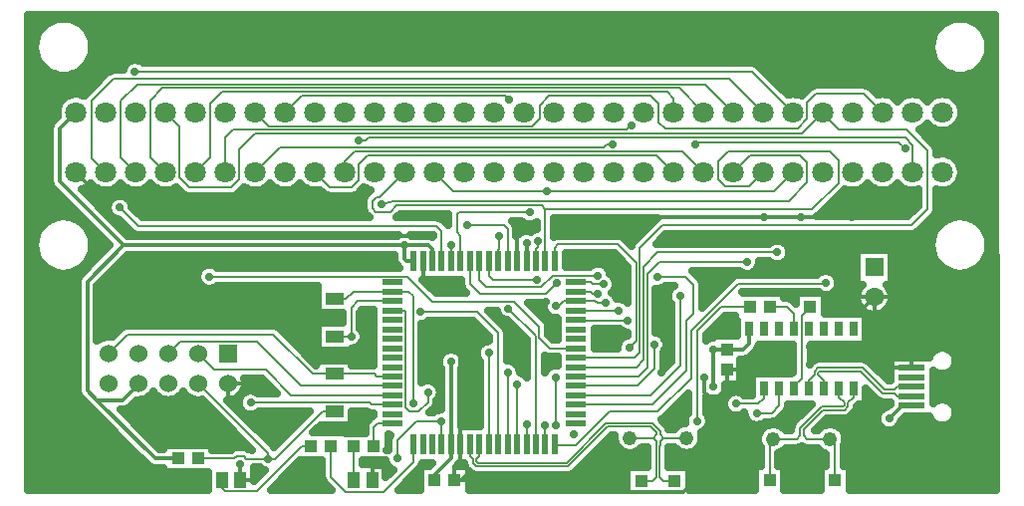
<source format=gbr>
G04 DipTrace 3.3.1.3*
G04 Top.gbr*
%MOIN*%
G04 #@! TF.FileFunction,Copper,L1,Top*
G04 #@! TF.Part,Single*
G04 #@! TA.AperFunction,Conductor*
%ADD14C,0.011811*%
%ADD15C,0.005906*%
G04 #@! TA.AperFunction,CopperBalancing*
%ADD16C,0.025*%
%ADD17C,0.012992*%
%ADD18R,0.043307X0.03937*%
%ADD19R,0.03937X0.043307*%
G04 #@! TA.AperFunction,ComponentPad*
%ADD20R,0.062992X0.062992*%
%ADD21C,0.062992*%
%ADD22R,0.03937X0.057087*%
G04 #@! TA.AperFunction,ComponentPad*
%ADD23C,0.070866*%
%ADD25R,0.090551X0.019685*%
%ADD26R,0.098425X0.07874*%
G04 #@! TA.AperFunction,ComponentPad*
%ADD27C,0.06*%
%ADD28R,0.06X0.06*%
%ADD29R,0.059055X0.03937*%
%ADD31R,0.070866X0.019685*%
%ADD32R,0.019685X0.070866*%
%ADD34R,0.025X0.05*%
G04 #@! TA.AperFunction,ComponentPad*
%ADD35C,0.048*%
G04 #@! TA.AperFunction,ViaPad*
%ADD36C,0.027559*%
%FSLAX26Y26*%
G04*
G70*
G90*
G75*
G01*
G04 Top*
%LPD*%
X1840551Y853587D2*
D14*
Y575394D1*
X1777559Y1189567D2*
Y1228932D1*
X1763774Y1242717D1*
X1683858D1*
Y1197619D1*
X1691911Y1189567D1*
X1714567D1*
X2092520Y1250591D2*
Y1189567D1*
X1683858Y1242717D2*
X744917D1*
X529881Y1457753D1*
Y1632424D1*
X584753Y1687297D1*
X3381604Y706251D2*
X3350073D1*
X3306290Y662467D1*
X2837541Y962467D2*
Y912469D1*
X2818790Y893718D1*
X2762541D1*
X2718790D2*
X2762541D1*
X2718790Y768718D2*
Y893718D1*
X793701Y781201D2*
Y776012D1*
X742222Y724533D1*
X654588D1*
X622592Y756529D1*
Y1120391D1*
X744917Y1242717D1*
X925992Y528867D2*
X850253D1*
X654588Y724533D1*
X1840551Y575394D2*
Y530406D1*
X1784320Y474175D1*
Y458311D1*
X1784753Y1487297D2*
D15*
X1848675Y1423375D1*
X2160958D1*
X2131472Y1256308D2*
Y1237556D1*
X2125222Y1231306D1*
Y1189567D1*
X2124016D1*
X2160958Y1423375D2*
X2920832D1*
X2984753Y1487297D1*
X1684753D2*
X1601866Y1404409D1*
X1589787D1*
X1576625Y1391247D1*
Y1366836D1*
X1588777Y1354684D1*
X1636007D1*
X1657201Y1375878D1*
X2143701D1*
X2155512Y1364067D1*
X3048640D1*
X3136000Y1451427D1*
Y1527483D1*
X3107265Y1556218D1*
X2768718D1*
X2735524Y1523024D1*
Y1464483D1*
X2758383Y1441623D1*
X2839080D1*
X2884753Y1487297D1*
X2155512Y1364067D2*
Y1189567D1*
X2784753Y1487297D2*
X2841175Y1543718D1*
X3007955D1*
X3031290Y1520383D1*
Y1452966D1*
X2969856Y1391531D1*
X1647083D1*
X1606240Y1379163D1*
X2437992Y901181D2*
X2460630Y923819D1*
Y1183127D1*
X2398088Y1245669D1*
X2198819D1*
X2187008Y1233858D1*
Y1189567D1*
X2684753Y1487297D2*
X2615832Y1556218D1*
X1518521D1*
X1484753Y1522450D1*
Y1487297D1*
X2350245Y1112543D2*
X2312741D1*
X2306584Y1118701D1*
X2257874D1*
X2584753Y1487297D2*
X2528332Y1543718D1*
X1562123D1*
X1531290Y1512885D1*
Y1461259D1*
X1506941Y1436909D1*
X1435140D1*
X1384753Y1487297D1*
X2332487Y1080710D2*
X2313322D1*
X2306491Y1087541D1*
X2278955D1*
X2278619Y1087205D1*
X2257874D1*
X2356546Y1050171D2*
X2331589D1*
X2321235Y1055709D1*
X2257874D1*
X2190213Y641613D2*
Y801378D1*
X2190945D1*
X2257874Y1055709D2*
X2218403D1*
X2201843Y1039148D1*
X2190945D1*
X2382446Y1579123D2*
X2360446D1*
X2350041Y1568718D1*
X1266175D1*
X1184753Y1487297D1*
X2401197Y1022873D2*
Y1022874D1*
X2257874D1*
Y1024213D1*
X2443790Y1643718D2*
X2440791D1*
X2426197Y1629123D1*
X1109537D1*
X1084753Y1604340D1*
Y1487297D1*
X2432446Y991623D2*
X2257874D1*
Y992717D1*
X2584753Y1687297D2*
Y1734004D1*
X2562539Y1756218D1*
X1075206D1*
X1034392Y1715404D1*
Y1536936D1*
X984753Y1487297D1*
X2257874Y709252D2*
X2512576D1*
X2628150Y824825D1*
Y990577D1*
X2650787Y1013215D1*
Y1111722D1*
X2625041Y1137469D1*
X2531290D1*
X2684753Y1687297D2*
X2603332Y1768718D1*
X875346D1*
X834902Y1728273D1*
Y1537148D1*
X884753Y1487297D1*
X2607446Y1072873D2*
Y841622D1*
X2506572Y740748D1*
X2257874D1*
X2784753Y1687297D2*
X2690832Y1781218D1*
X789988D1*
X735186Y1726416D1*
Y1536864D1*
X784753Y1487297D1*
X2519948Y910374D2*
Y829123D1*
X2463068Y772244D1*
X2257874D1*
X2884753Y1687297D2*
X2772083Y1799967D1*
X711419D1*
X636938Y1725487D1*
Y1535112D1*
X684753Y1487297D1*
X2831290Y1187469D2*
X2536327D1*
X2496063Y1147205D1*
Y833491D1*
X2466312Y803740D1*
X2257874D1*
X2931290Y1218718D2*
X2531290D1*
X2484252Y1171680D1*
Y859180D1*
X2460308Y835236D1*
X2257874D1*
X2984753Y1687297D2*
X2849177Y1822873D1*
X782446D1*
X884753Y1687297D2*
X931290Y1640760D1*
Y1468718D1*
X964634Y1435374D1*
X1104197D1*
X1131290Y1462467D1*
Y1562467D1*
X1185446Y1616623D1*
X3014080D1*
X3084753Y1687297D1*
Y1683067D1*
X3138697Y1629123D1*
X3365076D1*
X3434661Y1559538D1*
Y1362588D1*
X3381356Y1309282D1*
X2546854D1*
X2472441Y1234869D1*
Y884869D1*
X2454304Y866732D1*
X2257874D1*
X1031290Y1137469D2*
X1694004D1*
X1777024Y1054449D1*
X2051887D1*
X2135827Y970509D1*
Y932262D1*
X2169861Y898228D1*
X2257874D1*
X1762541Y749967D2*
Y718609D1*
X1731430Y687499D1*
X1700177D1*
X1687992Y699684D1*
Y1024213D1*
X1643701D1*
X1903543Y1189567D2*
Y1114277D1*
X1938697Y1079123D1*
X2157448D1*
X2194948Y1116623D1*
X1894201Y1309194D2*
X2016904D1*
X2029528Y1296571D1*
Y1189567D1*
X1966535Y882130D2*
Y575394D1*
X1737992Y1019996D2*
X1926954D1*
X1998031Y948919D1*
Y575394D1*
X2029528Y817533D2*
Y575394D1*
X1531290Y1593718D2*
X1553291D1*
X1562820Y1603247D1*
X3359261D1*
X3384753Y1577755D1*
Y1487297D1*
X2061024Y777799D2*
Y575394D1*
X2092520Y643013D2*
Y575394D1*
X2034932Y1730610D2*
X2021824Y1743718D1*
X1341175D1*
X1284753Y1687297D1*
X2032480Y1031811D2*
X2124016Y940276D1*
Y575394D1*
X3360630Y1568385D2*
Y1566596D1*
X3338802Y1588424D1*
X2670937D1*
X2662508Y1579995D1*
X2659185D1*
X1184753Y1687297D2*
X1230427Y1641623D1*
X2110446D1*
X2136217Y1667394D1*
Y1711906D1*
X2168029Y1743718D1*
X2507955D1*
X2535626Y1716047D1*
Y1654066D1*
X2556113Y1633579D1*
X2999403D1*
X3031290Y1665466D1*
Y1718789D1*
X3062469Y1749967D1*
X3222083D1*
X3284753Y1687297D1*
X2155512Y641892D2*
Y575394D1*
X3094948Y1116623D2*
X3091262D1*
X3089583Y1114944D1*
X2802516D1*
X2644946Y957374D1*
Y797873D1*
X2532446Y685373D1*
X2369948D1*
X2257448Y572873D1*
X2184487D1*
X2187008Y575394D1*
X1872047Y958972D2*
D14*
Y575394D1*
X1619529Y500245D2*
X1576270D1*
Y456495D1*
X2063919Y1283642D2*
X2061024D1*
Y1189567D1*
X1795374Y1126575D2*
X1746063D1*
Y1189567D1*
X3182310Y1337206D2*
X3012451Y1337451D1*
X2887451D1*
X2290007D1*
X2258773Y1306218D1*
X1781201Y1274950D2*
X1593701D1*
X1343701D1*
X1131201D1*
X899950D1*
X750188D1*
X662451Y1362686D1*
Y1409598D1*
X584753Y1487297D1*
X3381604Y832235D2*
X3293123D1*
X3262841Y862517D1*
Y912522D1*
X3294759Y944440D1*
X3385541D1*
X2973219Y456218D2*
X3058110D1*
X2762541Y826789D2*
X2816970D1*
X2837541Y806218D1*
Y762467D1*
X2762541Y826789D2*
Y749969D1*
X2750041Y737469D1*
X2700041D1*
X2687541Y749969D1*
Y799967D1*
X2973219Y456218D2*
Y485648D1*
X3012539Y524969D1*
X3058110Y456218D2*
Y479398D1*
X3012539Y524969D1*
X3276197Y816623D2*
X3277512D1*
X3293123Y832235D1*
X3602076Y594046D2*
Y944440D1*
X3385541D1*
Y594046D2*
X3602076D1*
X2409268Y454123D2*
Y446052D1*
X2438697Y416623D1*
X2618126D1*
X2655626Y454123D1*
X3385541Y594046D2*
Y545949D1*
X3346199Y506608D1*
X2655626Y454123D2*
X2738697D1*
X2757446Y435374D1*
X1135773Y458252D2*
Y510727D1*
X1872047Y575394D2*
Y524638D1*
X1851249Y503840D1*
Y458311D1*
X1874458D1*
X1900710Y484563D1*
X3109211Y1037564D2*
X3225064D1*
X3256201Y1068701D1*
X1643701Y646260D2*
D15*
X1593333D1*
X1582029Y634955D1*
Y568995D1*
X1515100D2*
Y458316D1*
X1513278Y456495D1*
X731290Y1368718D2*
X793694Y1306314D1*
X1791749D1*
X1809055Y1289008D1*
Y1189567D1*
X2906290Y1037469D2*
X2962539D1*
X2987541Y1012467D1*
Y962467D1*
Y762467D2*
Y772514D1*
X3013136Y798110D1*
Y1008419D1*
X3042282Y1037564D1*
X3187541Y762467D2*
Y734514D1*
X3168446Y715420D1*
Y703525D1*
X3156516Y691596D1*
X3085030D1*
X3019696Y626261D1*
Y614978D1*
Y605529D1*
X3031507Y593718D1*
X3108790D1*
X3125039Y456218D2*
Y577469D1*
X3108790Y593718D1*
X3137541Y762467D2*
Y734514D1*
X3156635Y715420D1*
Y708417D1*
X3151623Y703407D1*
X3080138D1*
X3007885Y631154D1*
Y614978D1*
Y605529D1*
X2996073Y593718D1*
X2918790D1*
X2906290Y456218D2*
Y581218D1*
X2918790Y593718D1*
X2588697Y454123D2*
X2550163D1*
X2538352Y465934D1*
Y475383D1*
Y572916D1*
X2539602Y574165D1*
Y586062D1*
X2551413Y597873D1*
X2628697D1*
X1935039Y575394D2*
Y537008D1*
X1925197Y527165D1*
Y520163D1*
X1930207Y515152D1*
X2226871Y515249D1*
X2358804Y647184D1*
X2513996D1*
X2539602Y621579D1*
Y609684D1*
X2551413Y597873D1*
X2476197Y454123D2*
X2514731D1*
X2526542Y465934D1*
Y475383D1*
X2526541Y577811D1*
X2527791Y579060D1*
Y586062D1*
X2515980Y597873D1*
X2438697D1*
X1903543Y575394D2*
Y537008D1*
X1913386Y527165D1*
Y515270D1*
X1925318Y503339D1*
X2231766Y503441D1*
X2363697Y635373D1*
X2509104D1*
X2527791Y616686D1*
Y609684D1*
X2515980Y597873D1*
X2332446Y1141623D2*
X2179196D1*
X2141696Y1104123D1*
X1957448D1*
X1935039Y1126531D1*
Y1189567D1*
X2126885Y1126845D2*
X1980049D1*
X1966535Y1140358D1*
Y1189567D1*
X2103547Y1353240D2*
X2102449Y1354339D1*
X1867244D1*
X1859252Y1346346D1*
Y1285531D1*
X1872047Y1272736D1*
Y1189567D1*
X1438114Y569501D2*
Y468419D1*
X1488232Y418301D1*
X1615367D1*
X1714567Y517500D1*
Y575394D1*
X1371185Y569501D2*
X1339797D1*
X1191077Y420782D1*
X1083953D1*
X1072781Y431954D1*
Y458252D1*
X1712678Y712501D2*
Y1073345D1*
X1698819Y1087205D1*
X1643701D1*
X1513093D1*
X1488339Y1062450D1*
X1449950D1*
X2887541Y762467D2*
Y731218D1*
X2868791Y712469D1*
X2793790D1*
X1169252Y715996D2*
X1568657D1*
X1575402Y709252D1*
X1643701D1*
Y803740D2*
X1591951D1*
X1583240Y812451D1*
X1449951D1*
X1376259D1*
X1245029Y943681D1*
X756181D1*
X693701Y881201D1*
X1643701Y740748D2*
X1305437D1*
X1220220Y825965D1*
X1048937D1*
X993701Y881201D1*
X1643701Y772244D2*
X1337512D1*
X1189697Y920059D1*
X932559D1*
X893701Y881201D1*
X1449951Y937451D2*
X1506290D1*
Y937469D1*
Y1034833D1*
X1527165Y1055709D1*
X1643701D1*
X2937541Y762467D2*
Y706218D1*
X2912541Y681218D1*
X2862541D1*
X3381604Y737747D2*
X3333375D1*
X3323533Y747589D1*
X3314084D1*
X3285715D1*
X3211777Y821528D1*
X3073457D1*
X3068446Y816517D1*
Y809514D1*
X3087541Y790420D1*
Y762467D1*
X3381604Y769243D2*
X3333375D1*
X3323533Y759400D1*
X3314084D1*
X3290608D1*
X3216669Y833339D1*
X3068564D1*
X3056635Y821409D1*
Y809514D1*
X3037541Y790420D1*
Y762467D1*
X2000039Y1274967D2*
Y1231136D1*
X1998963Y1230060D1*
Y1210052D1*
X1998031Y1209121D1*
Y1189567D1*
X1809055Y575394D2*
Y653453D1*
X2839361Y1037469D2*
X2743791D1*
X2663697Y957374D1*
Y654123D1*
X1660782Y529150D2*
Y589172D1*
X1725063Y653453D1*
X1809055D1*
X1449951Y687450D2*
X1409273D1*
X1250173Y528350D1*
X1226924D1*
X1154505D1*
X1146068Y536787D1*
X1123512D1*
X1115592Y528867D1*
X992921D1*
X1226924Y528350D2*
Y547978D1*
X993701Y781201D1*
X1840551Y1244685D2*
Y1189567D1*
D36*
X1135773Y510727D3*
X1809055Y653453D3*
X2663697Y654123D3*
X1809055Y653453D3*
X3012451Y1337451D3*
X2887451D3*
X3182310Y1337206D3*
X3476459Y1338176D3*
X3658816Y2010028D3*
X427003Y2010399D3*
Y427343D3*
X3661083Y426318D3*
X899950Y1274950D3*
X1131201D3*
X1781290Y1343718D3*
X1287451Y1362450D3*
X1399950Y1362451D3*
X1287451Y1187451D3*
X1399950D3*
X1281014Y978306D3*
X1381201Y918701D3*
X1574950Y1024951D3*
X2990438Y1082689D3*
X3276197Y816623D3*
X3492386Y990209D3*
X2782442Y951993D3*
X2983883Y843559D3*
X2687541Y799967D3*
X2259325Y1181769D3*
X2258773Y1306218D3*
X2162451Y987450D3*
Y849950D3*
X1203219Y625106D3*
X1624533Y558573D3*
X2157448Y1054123D3*
X2049950Y912451D3*
X1343701Y1274950D3*
X1593701D3*
X1781201D3*
X2251197Y610374D3*
X2984652Y904551D3*
X2544948Y816623D3*
X2537451Y1043701D3*
X2700441Y599197D3*
X3231290Y756218D3*
X3254961Y602483D3*
X3012539Y524969D3*
X1422942Y630370D3*
X1343890Y681248D3*
X2969205Y641787D3*
X2571366Y971073D3*
X3346199Y506608D3*
X1713143Y447764D3*
X1347752Y452970D3*
X956042Y643087D3*
X2327163Y904545D3*
X822165Y1187782D3*
X820356Y1361794D3*
X2584125Y640986D3*
X3041322Y903971D3*
X3040298Y843724D3*
X1840551Y853587D3*
X1683858Y1242717D3*
X2092520Y1250591D3*
X3306290Y662467D3*
X2718790Y768718D3*
Y893718D3*
X2131472Y1256308D3*
X2160958Y1423375D3*
X1606240Y1379163D3*
X2437992Y901181D3*
X2350245Y1112543D3*
X2332487Y1080710D3*
X2190945Y1039148D3*
Y801378D3*
X2190213Y641613D3*
X2356546Y1050171D3*
X2382446Y1579123D3*
X2401197Y1022873D3*
X2443790Y1643718D3*
X2432446Y991623D3*
X2531290Y1137469D3*
X2607446Y1072873D3*
X2519948Y910374D3*
X2831290Y1187469D3*
X2931290Y1218718D3*
X782446Y1822873D3*
X1031290Y1137469D3*
X1762541Y749967D3*
X2194948Y1116623D3*
X1894201Y1309194D3*
X1966535Y882130D3*
X1737992Y1019996D3*
X2029528Y817533D3*
X2061024Y777799D3*
X1531290Y1593718D3*
X2092520Y643013D3*
X2032480Y1031811D3*
X2659185Y1579995D3*
X3360630Y1568385D3*
X2034932Y1730610D3*
X2155512Y641892D3*
X3094948Y1116623D3*
X2862541Y681218D3*
X1506290Y937469D3*
X1712678Y712501D3*
X2793790Y712469D3*
X1619529Y500245D3*
X2063919Y1283642D3*
X1900710Y484563D3*
X1872047Y958972D3*
X2757446Y435374D3*
X1795374Y1126575D3*
X731290Y1368718D3*
X2332446Y1141623D3*
X2126885Y1126845D3*
X2103547Y1353240D3*
X1169252Y715996D3*
X2000039Y1274967D3*
X1226924Y528350D3*
X1660782Y529150D3*
X1840551Y1244685D3*
X427470Y1987581D2*
D16*
X491438D1*
X595982D2*
X3491429D1*
X3595971D2*
X3659976D1*
X427470Y1962713D2*
X464346D1*
X623038D2*
X3464336D1*
X3623064D2*
X3659976D1*
X427470Y1937844D2*
X451213D1*
X636172D2*
X3451202D1*
X3636197D2*
X3659976D1*
X427470Y1912975D2*
X446046D1*
X641339D2*
X3446035D1*
X3641365D2*
X3659976D1*
X427470Y1888106D2*
X447552D1*
X639867D2*
X3447542D1*
X3639858D2*
X3659976D1*
X427470Y1863238D2*
X456021D1*
X631364D2*
X3456047D1*
X3631353D2*
X3659976D1*
X427470Y1838369D2*
X474143D1*
X613278D2*
X742772D1*
X2877822D2*
X3474133D1*
X3613268D2*
X3660012D1*
X427470Y1813500D2*
X518711D1*
X568673D2*
X680799D1*
X2902689D2*
X3518701D1*
X3568699D2*
X3660012D1*
X427470Y1788631D2*
X655932D1*
X2927556D2*
X3660012D1*
X427470Y1763762D2*
X631064D1*
X2952424D2*
X3032112D1*
X3252416D2*
X3660012D1*
X427470Y1738894D2*
X548028D1*
X3321493D2*
X3348000D1*
X3421503D2*
X3448009D1*
X3521512D2*
X3660012D1*
X427470Y1714025D2*
X526390D1*
X3543114D2*
X3660049D1*
X427470Y1689156D2*
X520361D1*
X3549143D2*
X3660049D1*
X427470Y1664287D2*
X513436D1*
X3544728D2*
X3660049D1*
X427470Y1639419D2*
X495745D1*
X3426526D2*
X3442984D1*
X3526535D2*
X3660049D1*
X427470Y1614550D2*
X494991D1*
X3423799D2*
X3660049D1*
X427470Y1589681D2*
X494991D1*
X3448667D2*
X3660084D1*
X427470Y1564812D2*
X494991D1*
X3466142D2*
X3660084D1*
X427470Y1539944D2*
X494991D1*
X3519861D2*
X3660084D1*
X427470Y1515075D2*
X494991D1*
X3542612D2*
X3660084D1*
X427470Y1490206D2*
X494991D1*
X3549106D2*
X3660084D1*
X427470Y1465337D2*
X494991D1*
X3545159D2*
X3660084D1*
X427470Y1440469D2*
X499979D1*
X627774D2*
X641722D1*
X727785D2*
X741731D1*
X827757D2*
X841740D1*
X1227759D2*
X1241741D1*
X1327768D2*
X1341751D1*
X3227764D2*
X3241747D1*
X3327773D2*
X3341719D1*
X3527756D2*
X3660121D1*
X427470Y1415600D2*
X523735D1*
X620346D2*
X940278D1*
X1128575D2*
X1412335D1*
X1529760D2*
X1556840D1*
X3144297D2*
X3402723D1*
X3466609D2*
X3660121D1*
X427470Y1390731D2*
X548602D1*
X645215D2*
X695081D1*
X767508D2*
X1544676D1*
X3119429D2*
X3402723D1*
X3466609D2*
X3660121D1*
X427470Y1365862D2*
X573470D1*
X670083D2*
X688622D1*
X778273D2*
X1544711D1*
X3094562D2*
X3393787D1*
X3466609D2*
X3660121D1*
X427470Y1340993D2*
X598337D1*
X803140D2*
X1558311D1*
X1666442D2*
X1827299D1*
X3069442D2*
X3368920D1*
X3457207D2*
X3660121D1*
X427470Y1316125D2*
X479130D1*
X608290D2*
X623206D1*
X719818D2*
X739757D1*
X2054028D2*
X2085415D1*
X2187445D2*
X2509566D1*
X3432340D2*
X3479121D1*
X3608280D2*
X3660156D1*
X427470Y1291256D2*
X458497D1*
X628887D2*
X648073D1*
X744685D2*
X764625D1*
X2061455D2*
X2108954D1*
X2187445D2*
X2484698D1*
X3407471D2*
X3458522D1*
X3628877D2*
X3660156D1*
X427470Y1266387D2*
X448558D1*
X638864D2*
X672941D1*
X2421518D2*
X2459829D1*
X2548117D2*
X3448547D1*
X3638853D2*
X3660156D1*
X427470Y1241518D2*
X445829D1*
X641554D2*
X695404D1*
X2966993D2*
X3445820D1*
X3641580D2*
X3660156D1*
X427470Y1216650D2*
X449741D1*
X637678D2*
X670537D1*
X2973991D2*
X3195707D1*
X3316685D2*
X3449731D1*
X3637669D2*
X3660156D1*
X427470Y1191781D2*
X461189D1*
X626232D2*
X645669D1*
X742281D2*
X1649493D1*
X2225841D2*
X2407833D1*
X2963728D2*
X3195707D1*
X3316685D2*
X3461178D1*
X3626222D2*
X3660192D1*
X427470Y1166912D2*
X484621D1*
X602799D2*
X620802D1*
X717413D2*
X1001318D1*
X2366291D2*
X2428682D1*
X2868420D2*
X3195707D1*
X3316685D2*
X3484610D1*
X3602789D2*
X3660192D1*
X427470Y1142043D2*
X596005D1*
X692546D2*
X988794D1*
X2380143D2*
X2428682D1*
X2664597D2*
X2788493D1*
X3128688D2*
X3195707D1*
X3316685D2*
X3660192D1*
X427470Y1117175D2*
X587680D1*
X667678D2*
X993997D1*
X1758450D2*
X1871580D1*
X2392739D2*
X2428682D1*
X2682217D2*
X2760612D1*
X3137730D2*
X3195707D1*
X3316685D2*
X3660192D1*
X427470Y1092306D2*
X587680D1*
X657487D2*
X1391415D1*
X1783318D2*
X1881377D1*
X2387571D2*
X2428682D1*
X2528022D2*
X2569672D1*
X2682719D2*
X2735744D1*
X3129549D2*
X3200731D1*
X3311661D2*
X3660192D1*
X427470Y1067437D2*
X587680D1*
X657487D2*
X1391415D1*
X2395430D2*
X2428682D1*
X2528022D2*
X2565042D1*
X2682719D2*
X2710875D1*
X2956946D2*
X2991634D1*
X3092911D2*
X3195743D1*
X3316685D2*
X3660192D1*
X427470Y1042568D2*
X587680D1*
X657487D2*
X1391415D1*
X2107925D2*
X2148319D1*
X2528022D2*
X2575484D1*
X3092911D2*
X3201951D1*
X3310476D2*
X3660228D1*
X427470Y1017699D2*
X587680D1*
X657487D2*
X1391415D1*
X1538228D2*
X1579268D1*
X1973396D2*
X1992259D1*
X2132794D2*
X2154348D1*
X2528022D2*
X2575484D1*
X3092911D2*
X3226101D1*
X3286291D2*
X3660228D1*
X427470Y992831D2*
X587680D1*
X657487D2*
X1474343D1*
X1538228D2*
X1579268D1*
X1998264D2*
X2019854D1*
X2157661D2*
X2193462D1*
X2528022D2*
X2575484D1*
X2743291D2*
X2788709D1*
X3229020D2*
X3660228D1*
X427470Y967962D2*
X587680D1*
X657487D2*
X737030D1*
X1264181D2*
X1391415D1*
X1538228D2*
X1579268D1*
X1744634D2*
X1934844D1*
X2022988D2*
X2052185D1*
X2167781D2*
X2193462D1*
X2528022D2*
X2575484D1*
X2718424D2*
X2796064D1*
X3229020D2*
X3660228D1*
X427470Y943093D2*
X587680D1*
X657487D2*
X711445D1*
X1289766D2*
X1391415D1*
X1548671D2*
X1579268D1*
X1744634D2*
X1959713D1*
X2029986D2*
X2077054D1*
X2169144D2*
X2193462D1*
X2322298D2*
X2428682D1*
X2545928D2*
X2575484D1*
X2695636D2*
X2796064D1*
X3229020D2*
X3660228D1*
X427470Y918224D2*
X587680D1*
X1314634D2*
X1391415D1*
X1544150D2*
X1579268D1*
X1744634D2*
X1946184D1*
X2029986D2*
X2092052D1*
X2322298D2*
X2399007D1*
X2561933D2*
X2575484D1*
X3229020D2*
X3660264D1*
X427470Y893356D2*
X587680D1*
X1339501D2*
X1391415D1*
X1508480D2*
X1579268D1*
X1744634D2*
X1831713D1*
X1849423D2*
X1925371D1*
X2029986D2*
X2092052D1*
X2558954D2*
X2575484D1*
X2866194D2*
X2981192D1*
X3045077D2*
X3458021D1*
X3509921D2*
X3660264D1*
X427470Y868487D2*
X587680D1*
X1364370D2*
X1579268D1*
X1744634D2*
X1800638D1*
X1880455D2*
X1926160D1*
X2029986D2*
X2092052D1*
X2155975D2*
X2193462D1*
X2551885D2*
X2575484D1*
X2841614D2*
X2981192D1*
X3045077D2*
X3307343D1*
X3528832D2*
X3660264D1*
X427470Y843618D2*
X587680D1*
X1508480D2*
X1579268D1*
X1744634D2*
X1799022D1*
X1882071D2*
X1934593D1*
X2062711D2*
X2092052D1*
X2155975D2*
X2193462D1*
X2551885D2*
X2565294D1*
X2811220D2*
X2981192D1*
X3250514D2*
X3307343D1*
X3528940D2*
X3660264D1*
X427470Y818749D2*
X587680D1*
X1744634D2*
X1805661D1*
X1875432D2*
X1934593D1*
X2072293D2*
X2092052D1*
X2811220D2*
X2981192D1*
X3275382D2*
X3307343D1*
X3510459D2*
X3660264D1*
X427470Y793881D2*
X587680D1*
X1151253D2*
X1208154D1*
X1744634D2*
X1805661D1*
X1875432D2*
X1934593D1*
X2811220D2*
X2846051D1*
X3455879D2*
X3660299D1*
X427470Y769012D2*
X587680D1*
X1151361D2*
X1233021D1*
X1875432D2*
X1934593D1*
X2761556D2*
X2846051D1*
X3455879D2*
X3660299D1*
X427470Y744143D2*
X590156D1*
X1875432D2*
X1934593D1*
X2753196D2*
X2766424D1*
X2821160D2*
X2846051D1*
X3229020D2*
X3245012D1*
X3455879D2*
X3660299D1*
X427470Y719274D2*
X611543D1*
X785270D2*
X1011472D1*
X1099760D2*
X1126625D1*
X1875432D2*
X1934593D1*
X2610484D2*
X2631751D1*
X2695636D2*
X2751604D1*
X3229020D2*
X3275118D1*
X3511213D2*
X3660299D1*
X427470Y694406D2*
X636411D1*
X756635D2*
X1036340D1*
X1782492D2*
X1805661D1*
X1875432D2*
X1934593D1*
X2585615D2*
X2631751D1*
X2695636D2*
X2755301D1*
X2967029D2*
X3026979D1*
X3198949D2*
X3279245D1*
X3529083D2*
X3660299D1*
X427470Y669537D2*
X661278D1*
X757891D2*
X1061207D1*
X1149495D2*
X1347205D1*
X1508480D2*
X1572808D1*
X1875432D2*
X1934593D1*
X2560748D2*
X2624000D1*
X2703388D2*
X2821507D1*
X2944996D2*
X3002112D1*
X3178530D2*
X3264138D1*
X3361684D2*
X3439253D1*
X3528689D2*
X3660299D1*
X427470Y644668D2*
X686147D1*
X782759D2*
X1086076D1*
X1174362D2*
X1322337D1*
X1508480D2*
X1551744D1*
X1875432D2*
X1934593D1*
X2560640D2*
X2607243D1*
X2705325D2*
X2843144D1*
X2881948D2*
X2979218D1*
X3082253D2*
X3267655D1*
X3344925D2*
X3458845D1*
X3509096D2*
X3660336D1*
X427470Y619799D2*
X711014D1*
X807626D2*
X1110944D1*
X1199231D2*
X1297470D1*
X1385757D2*
X1550094D1*
X2687276D2*
X2873072D1*
X3154524D2*
X3660336D1*
X427470Y594930D2*
X735882D1*
X832495D2*
X1135846D1*
X1224098D2*
X1272601D1*
X2367404D2*
X2385801D1*
X2681606D2*
X2865824D1*
X3161773D2*
X3660336D1*
X427470Y570062D2*
X760749D1*
X857362D2*
X875364D1*
X1043566D2*
X1160715D1*
X2342537D2*
X2394054D1*
X2673353D2*
X2871673D1*
X3157000D2*
X3660336D1*
X427470Y545193D2*
X785617D1*
X2317669D2*
X2494602D1*
X2570294D2*
X2874328D1*
X2938251D2*
X3092324D1*
X3157000D2*
X3660336D1*
X427470Y520324D2*
X810486D1*
X1334765D2*
X1406163D1*
X1547056D2*
X1618992D1*
X2292801D2*
X2494602D1*
X2570294D2*
X2874328D1*
X2938251D2*
X3093079D1*
X3157000D2*
X3660371D1*
X427470Y495455D2*
X875364D1*
X1184446D2*
X1201192D1*
X1309898D2*
X1406163D1*
X2267933D2*
X2425560D1*
X2639335D2*
X2855633D1*
X2956946D2*
X3074382D1*
X3175696D2*
X3660371D1*
X427470Y470587D2*
X1024104D1*
X1285030D2*
X1406163D1*
X1711801D2*
X1733677D1*
X1901879D2*
X2425560D1*
X2639335D2*
X2855633D1*
X2956946D2*
X3074382D1*
X3175696D2*
X3660371D1*
X427470Y445718D2*
X1024104D1*
X1260161D2*
X1416677D1*
X1686933D2*
X1733677D1*
X1901879D2*
X2425560D1*
X2639335D2*
X2855633D1*
X2956946D2*
X3074382D1*
X3175696D2*
X3660371D1*
X2867331Y1083646D2*
X2954436D1*
Y1066887D1*
X2964849Y1066823D1*
X2969413Y1066100D1*
X2973807Y1064672D1*
X2977924Y1062575D1*
X2981663Y1059858D1*
X2994144Y1047505D1*
X2994136Y1083741D1*
X3071682D1*
X3069424Y1085504D1*
X2814745Y1085499D1*
X2818774Y1083646D1*
X2867331D1*
X2798550Y991291D2*
X2791215D1*
Y1008050D1*
X2756001Y1008024D1*
X2693134Y945169D1*
X2693142Y924756D1*
X2697748Y928055D1*
X2703379Y930924D1*
X2709388Y932877D1*
X2716358Y933894D1*
X2716364Y941864D1*
X2798575D1*
X2798549Y991319D1*
X1740948Y504488D2*
X1768794D1*
X1777778Y513449D1*
X1743740Y513469D1*
X1742571Y508402D1*
X1741766Y506223D1*
X1735381Y496673D1*
X1663655Y424948D1*
X1736184Y424958D1*
X1736175Y497503D1*
X1860454Y504488D2*
X1885990D1*
X1884755Y508396D1*
X1884031Y512969D1*
X1875573Y513469D1*
X1868156D1*
X1865186Y509365D1*
X1860441Y504478D1*
X1899395Y487615D2*
Y424962D1*
X2428030D1*
X2428051Y500301D1*
X2497129D1*
X2497096Y568430D1*
X2479701Y568428D1*
X2474400Y562169D1*
X2468375Y557024D1*
X2461619Y552885D1*
X2454299Y549852D1*
X2446596Y548003D1*
X2438697Y547381D1*
X2430798Y548003D1*
X2423094Y549852D1*
X2415774Y552885D1*
X2409018Y557024D1*
X2402993Y562169D1*
X2397848Y568194D1*
X2393709Y574950D1*
X2390676Y582270D1*
X2388827Y589974D1*
X2388205Y597873D1*
X2388860Y605938D1*
X2375866Y605928D1*
X2250890Y481051D1*
X2247151Y478335D1*
X2243034Y476238D1*
X2238640Y474810D1*
X2234077Y474087D1*
X2149098Y473969D1*
X1923017Y473984D1*
X1918453Y474705D1*
X1914059Y476131D1*
X1909941Y478227D1*
X1906202Y480942D1*
X1899398Y487617D1*
X2808718Y861320D2*
Y778643D1*
X2757812D1*
X2758937Y771878D1*
Y765558D1*
X2757949Y759316D1*
X2755996Y753307D1*
X2753127Y747676D1*
X2749413Y742563D1*
X2744945Y738094D1*
X2739832Y734381D1*
X2734201Y731512D1*
X2728192Y729559D1*
X2721950Y728571D1*
X2715630D1*
X2709388Y729559D1*
X2703379Y731512D1*
X2697748Y734381D1*
X2693150Y737690D1*
X2693142Y681604D1*
X2696277Y677794D1*
X2699579Y672407D1*
X2701997Y666568D1*
X2703472Y660424D1*
X2703969Y654123D1*
X2703472Y647823D1*
X2701997Y641678D1*
X2699579Y635840D1*
X2696277Y630453D1*
X2692173Y625647D1*
X2687367Y621543D1*
X2681980Y618241D1*
X2675916Y615759D1*
X2677794Y609660D1*
X2679033Y601835D1*
Y593911D1*
X2677794Y586085D1*
X2675345Y578550D1*
X2671748Y571491D1*
X2667092Y565080D1*
X2661490Y559478D1*
X2655079Y554822D1*
X2648020Y551224D1*
X2640484Y548776D1*
X2632659Y547537D1*
X2624735D1*
X2616909Y548776D1*
X2609374Y551224D1*
X2602315Y554822D1*
X2595904Y559478D1*
X2590302Y565080D1*
X2587685Y568438D1*
X2568448Y568428D1*
X2567797Y563730D1*
Y500323D1*
X2636843Y500301D1*
Y424979D1*
X2858138Y424965D1*
X2858144Y502395D1*
X2876840D1*
X2876845Y565629D1*
X2873802Y570795D1*
X2870769Y578115D1*
X2868920Y585819D1*
X2868298Y593718D1*
X2868920Y601617D1*
X2870769Y609320D1*
X2873802Y616640D1*
X2877941Y623396D1*
X2883087Y629421D1*
X2889112Y634567D1*
X2895867Y638706D1*
X2903188Y641739D1*
X2910891Y643588D1*
X2918790Y644210D1*
X2926689Y643588D1*
X2934392Y641739D1*
X2941713Y638706D1*
X2948469Y634567D1*
X2954493Y629421D1*
X2959802Y623152D1*
X2978466Y623163D1*
X2978530Y633463D1*
X2979253Y638028D1*
X2980681Y642421D1*
X2982778Y646538D1*
X2985495Y650277D1*
X3046058Y710969D1*
X2967001Y710975D1*
X2966895Y703908D1*
X2966172Y699344D1*
X2964744Y694950D1*
X2962647Y690833D1*
X2959930Y687094D1*
X2933361Y660398D1*
X2929848Y657396D1*
X2925908Y654982D1*
X2921639Y653214D1*
X2917147Y652135D1*
X2912541Y651773D1*
X2890041D1*
X2886211Y648638D1*
X2880824Y645336D1*
X2874986Y642917D1*
X2868841Y641442D1*
X2862541Y640946D1*
X2856240Y641442D1*
X2850096Y642917D1*
X2844257Y645336D1*
X2838870Y648638D1*
X2834064Y652741D1*
X2829961Y657547D1*
X2826659Y662934D1*
X2824240Y668773D1*
X2822765Y674917D1*
X2822269Y681218D1*
X2822340Y683033D1*
X2819945Y681845D1*
X2814832Y678131D1*
X2809201Y675262D1*
X2803192Y673310D1*
X2796950Y672322D1*
X2790630D1*
X2784388Y673310D1*
X2778379Y675262D1*
X2772748Y678131D1*
X2767635Y681845D1*
X2763167Y686314D1*
X2759453Y691427D1*
X2756584Y697058D1*
X2754631Y703067D1*
X2753643Y709308D1*
Y715629D1*
X2754631Y721870D1*
X2756584Y727879D1*
X2759453Y733510D1*
X2763167Y738623D1*
X2767635Y743092D1*
X2772748Y746806D1*
X2778379Y749675D1*
X2784388Y751627D1*
X2790630Y752615D1*
X2796950D1*
X2803192Y751627D1*
X2809201Y749675D1*
X2814832Y746806D1*
X2819945Y743092D1*
X2821349Y741913D1*
X2848513D1*
X2848549Y813959D1*
X2976533Y813924D1*
X2983692Y816483D1*
Y910967D1*
X2869895Y910975D1*
X2869043Y904906D1*
X2867472Y900071D1*
X2865164Y895541D1*
X2862176Y891428D1*
X2841698Y870810D1*
X2837833Y867508D1*
X2833499Y864852D1*
X2828802Y862906D1*
X2823858Y861719D1*
X2818790Y861320D1*
X2808706D1*
X3207399Y1226689D2*
X3314189D1*
Y1110713D1*
X3296139D1*
X3300294Y1106362D1*
X3304701Y1100487D1*
X3308329Y1094102D1*
X3311122Y1087310D1*
X3313034Y1080218D1*
X3314034Y1072942D1*
X3314072Y1065029D1*
X3313144Y1057744D1*
X3311303Y1050634D1*
X3308577Y1043814D1*
X3305012Y1037394D1*
X3300663Y1031475D1*
X3295601Y1026154D1*
X3289908Y1021516D1*
X3283673Y1017634D1*
X3276999Y1014571D1*
X3269990Y1012375D1*
X3262760Y1011085D1*
X3255425Y1010718D1*
X3248102Y1011281D1*
X3240909Y1012765D1*
X3233962Y1015146D1*
X3227371Y1018387D1*
X3221243Y1022434D1*
X3215676Y1027223D1*
X3210759Y1032678D1*
X3206570Y1038711D1*
X3203177Y1045224D1*
X3200635Y1052114D1*
X3198984Y1059270D1*
X3198252Y1066579D1*
X3198448Y1073920D1*
X3199571Y1081178D1*
X3201602Y1088235D1*
X3204509Y1094980D1*
X3208245Y1101303D1*
X3212751Y1107102D1*
X3216235Y1110709D1*
X3198213Y1110713D1*
Y1226689D1*
X3207399D1*
X2935762Y502395D2*
X2954436D1*
Y424992D1*
X3076888Y424966D1*
X3076894Y502395D1*
X3095589D1*
X3095594Y544959D1*
X3089467Y547070D1*
X3082408Y550667D1*
X3075997Y555323D1*
X3070395Y560925D1*
X3067778Y564283D1*
X3029197Y564364D1*
X3024633Y565087D1*
X3020239Y566514D1*
X3016122Y568612D1*
X3014192Y569902D1*
X3013381Y569896D1*
X3009441Y567482D1*
X3005172Y565714D1*
X3000680Y564635D1*
X2996073Y564273D1*
X2959794D1*
X2954493Y558014D1*
X2948469Y552869D1*
X2941713Y548730D1*
X2935744Y546196D1*
X2935735Y502381D1*
X3154512Y502395D2*
X3173185D1*
Y424992D1*
X3662877Y424970D1*
X3662454Y2012434D1*
X424955Y2012450D1*
X424951Y424982D1*
X1026609Y424954D1*
X1026604Y482699D1*
X877846Y482690D1*
Y496505D1*
X847711Y496570D1*
X842690Y497365D1*
X837856Y498936D1*
X833325Y501244D1*
X829213Y504232D1*
X781874Y551429D1*
X597957Y735488D1*
X594969Y739601D1*
X592660Y744131D1*
X591089Y748966D1*
X590294Y753987D1*
X590194Y820833D1*
X590294Y1122933D1*
X591089Y1127954D1*
X592660Y1132789D1*
X594969Y1137319D1*
X597957Y1141432D1*
X645154Y1188770D1*
X699123Y1242740D1*
X505245Y1436713D1*
X502257Y1440825D1*
X499949Y1445356D1*
X498378Y1450190D1*
X497583Y1455211D1*
X497483Y1522058D1*
X497583Y1634966D1*
X498378Y1639987D1*
X499949Y1644822D1*
X502257Y1649352D1*
X505245Y1653465D1*
X524505Y1672866D1*
X523018Y1682438D1*
Y1692155D1*
X524539Y1701753D1*
X527542Y1710995D1*
X531953Y1719652D1*
X537665Y1727514D1*
X544535Y1734385D1*
X552398Y1740097D1*
X561055Y1744508D1*
X570297Y1747510D1*
X579895Y1749031D1*
X589612D1*
X599210Y1747510D1*
X608451Y1744508D1*
X612883Y1742463D1*
X616118Y1746307D1*
X692295Y1822357D1*
X696034Y1825073D1*
X700151Y1827171D1*
X704545Y1828598D1*
X709109Y1829322D1*
X742673Y1829412D1*
X744146Y1835318D1*
X746564Y1841156D1*
X749866Y1846543D1*
X753970Y1851349D1*
X758776Y1855453D1*
X764163Y1858755D1*
X770001Y1861173D1*
X776146Y1862648D1*
X782446Y1863144D1*
X788747Y1862648D1*
X794891Y1861173D1*
X800730Y1858755D1*
X806117Y1855453D1*
X810005Y1852318D1*
X2851487Y1852227D1*
X2856051Y1851504D1*
X2860445Y1850076D1*
X2864562Y1847979D1*
X2868301Y1845262D1*
X2928459Y1785232D1*
X2967054Y1746638D1*
X2975066Y1748459D1*
X2984753Y1749222D1*
X2994441Y1748459D1*
X3003890Y1746192D1*
X3012866Y1742472D1*
X3013181Y1742297D1*
X3043345Y1772357D1*
X3047084Y1775073D1*
X3051201Y1777171D1*
X3055594Y1778598D1*
X3060159Y1779322D1*
X3145146Y1779412D1*
X3224392Y1779322D1*
X3228957Y1778598D1*
X3233350Y1777171D1*
X3237467Y1775073D1*
X3241206Y1772357D1*
X3267034Y1746657D1*
X3275066Y1748459D1*
X3284753Y1749222D1*
X3294441Y1748459D1*
X3303890Y1746192D1*
X3312866Y1742472D1*
X3321152Y1737395D1*
X3328541Y1731084D1*
X3334745Y1723829D1*
X3340966Y1731084D1*
X3348354Y1737395D1*
X3356640Y1742472D1*
X3365617Y1746192D1*
X3375066Y1748459D1*
X3384753Y1749222D1*
X3394441Y1748459D1*
X3403890Y1746192D1*
X3412866Y1742472D1*
X3421152Y1737395D1*
X3428541Y1731084D1*
X3434745Y1723829D1*
X3440966Y1731084D1*
X3448354Y1737395D1*
X3456640Y1742472D1*
X3465617Y1746192D1*
X3475066Y1748459D1*
X3484753Y1749222D1*
X3494441Y1748459D1*
X3503890Y1746192D1*
X3512866Y1742472D1*
X3521152Y1737395D1*
X3528541Y1731084D1*
X3534852Y1723696D1*
X3539929Y1715409D1*
X3543648Y1706433D1*
X3545916Y1696984D1*
X3546678Y1687297D1*
X3545916Y1677609D1*
X3543648Y1668160D1*
X3539929Y1659184D1*
X3534852Y1650898D1*
X3528541Y1643509D1*
X3521152Y1637198D1*
X3512866Y1632121D1*
X3503890Y1628402D1*
X3494441Y1626134D1*
X3484753Y1625371D1*
X3475066Y1626134D1*
X3465617Y1628402D1*
X3456640Y1632121D1*
X3448354Y1637198D1*
X3440966Y1643509D1*
X3434761Y1650764D1*
X3428541Y1643509D1*
X3421152Y1637198D1*
X3412866Y1632121D1*
X3406472Y1629356D1*
X3457051Y1578661D1*
X3459768Y1574923D1*
X3461865Y1570806D1*
X3463293Y1566412D1*
X3464016Y1561848D1*
X3464106Y1545651D1*
X3470297Y1547510D1*
X3479895Y1549031D1*
X3489612D1*
X3499210Y1547510D1*
X3508451Y1544508D1*
X3517109Y1540097D1*
X3524971Y1534385D1*
X3531841Y1527514D1*
X3537554Y1519652D1*
X3541965Y1510995D1*
X3544967Y1501753D1*
X3546488Y1492155D1*
Y1482438D1*
X3544967Y1472840D1*
X3541965Y1463598D1*
X3537554Y1454941D1*
X3531841Y1447079D1*
X3524971Y1440209D1*
X3517109Y1434496D1*
X3508451Y1430085D1*
X3499210Y1427083D1*
X3489612Y1425562D1*
X3479895D1*
X3470297Y1427083D1*
X3464102Y1428961D1*
X3464016Y1360278D1*
X3463293Y1355714D1*
X3461865Y1351320D1*
X3459768Y1347203D1*
X3457051Y1343465D1*
X3402176Y1288462D1*
X3398663Y1285461D1*
X3394723Y1283046D1*
X3390454Y1281278D1*
X3385962Y1280199D1*
X3381356Y1279837D1*
X2559070D1*
X2527051Y1247837D1*
X2531299Y1248163D1*
X2903803D1*
X2907619Y1251298D1*
X2913007Y1254600D1*
X2918845Y1257018D1*
X2924990Y1258493D1*
X2931290Y1258990D1*
X2937591Y1258493D1*
X2943735Y1257018D1*
X2949573Y1254600D1*
X2954961Y1251298D1*
X2959766Y1247194D1*
X2963870Y1242388D1*
X2967172Y1237001D1*
X2969591Y1231163D1*
X2971066Y1225018D1*
X2971562Y1218718D1*
X2971066Y1212417D1*
X2969591Y1206273D1*
X2967172Y1200434D1*
X2963870Y1195047D1*
X2959766Y1190241D1*
X2954961Y1186138D1*
X2949573Y1182836D1*
X2943735Y1180417D1*
X2937591Y1178942D1*
X2931290Y1178446D1*
X2924990Y1178942D1*
X2918845Y1180417D1*
X2913007Y1182836D1*
X2907619Y1186138D1*
X2903731Y1189273D1*
X2871543D1*
X2871437Y1184308D1*
X2870449Y1178067D1*
X2868496Y1172058D1*
X2865627Y1166427D1*
X2861913Y1161314D1*
X2857445Y1156845D1*
X2852332Y1153131D1*
X2846701Y1150262D1*
X2840692Y1148310D1*
X2834450Y1147322D1*
X2828130D1*
X2821888Y1148310D1*
X2815879Y1150262D1*
X2810248Y1153131D1*
X2805135Y1156845D1*
X2803731Y1158024D1*
X2646092D1*
X2673177Y1130845D1*
X2675894Y1127106D1*
X2677991Y1122990D1*
X2679419Y1118596D1*
X2680142Y1114031D1*
X2680232Y1034320D1*
X2783392Y1137333D1*
X2787131Y1140050D1*
X2791248Y1142147D1*
X2795642Y1143575D1*
X2800206Y1144298D1*
X2885193Y1144388D1*
X3065798D1*
X3071277Y1149203D1*
X3076664Y1152505D1*
X3082503Y1154924D1*
X3088647Y1156399D1*
X3094948Y1156895D1*
X3101248Y1156399D1*
X3107392Y1154924D1*
X3113231Y1152505D1*
X3118618Y1149203D1*
X3123424Y1145100D1*
X3127528Y1140294D1*
X3130829Y1134907D1*
X3133248Y1129068D1*
X3134723Y1122924D1*
X3135219Y1116623D1*
X3134723Y1110323D1*
X3133248Y1104178D1*
X3130829Y1098340D1*
X3127528Y1092953D1*
X3123424Y1088147D1*
X3118618Y1084043D1*
X3113231Y1080741D1*
X3107392Y1078323D1*
X3101248Y1076848D1*
X3094948Y1076352D1*
X3090427Y1076636D1*
X3090428Y1013946D1*
X3226533Y1013959D1*
Y910975D1*
X3042551D1*
X3042583Y848986D1*
X3049441Y855728D1*
X3053180Y858445D1*
X3057297Y860542D1*
X3061690Y861970D1*
X3066255Y862693D1*
X3151241Y862783D1*
X3218979Y862693D1*
X3223543Y861970D1*
X3227937Y860542D1*
X3232054Y858445D1*
X3235793Y855728D1*
X3295951Y795698D1*
X3302828Y788822D1*
X3309837Y788845D1*
X3309836Y868570D1*
X3441625D1*
X3444576Y875946D1*
X3448201Y881861D1*
X3452706Y887135D1*
X3457980Y891640D1*
X3463895Y895265D1*
X3470304Y897920D1*
X3477050Y899539D1*
X3483966Y900084D1*
X3490882Y899539D1*
X3497627Y897920D1*
X3504037Y895265D1*
X3509951Y891640D1*
X3515226Y887135D1*
X3519731Y881861D1*
X3523356Y875946D1*
X3526010Y869537D1*
X3527630Y862791D1*
X3528175Y855875D1*
X3527630Y848959D1*
X3526010Y842214D1*
X3523356Y835804D1*
X3519731Y829890D1*
X3515226Y824615D1*
X3509951Y820110D1*
X3504037Y816486D1*
X3497627Y813831D1*
X3490882Y812211D1*
X3483966Y811667D1*
X3477050Y812211D1*
X3470304Y813831D1*
X3463895Y816486D1*
X3457980Y820110D1*
X3453373Y823999D1*
X3453371Y714550D1*
X3457980Y718412D1*
X3463895Y722037D1*
X3470304Y724692D1*
X3477050Y726311D1*
X3483966Y726856D1*
X3490882Y726311D1*
X3497627Y724692D1*
X3504037Y722037D1*
X3509951Y718412D1*
X3515226Y713907D1*
X3519731Y708633D1*
X3523356Y702718D1*
X3526010Y696308D1*
X3527630Y689563D1*
X3528175Y682647D1*
X3527630Y675731D1*
X3526010Y668986D1*
X3523356Y662576D1*
X3519731Y656661D1*
X3515226Y651387D1*
X3509951Y646882D1*
X3504037Y643257D1*
X3497627Y640602D1*
X3490882Y638983D1*
X3483966Y638438D1*
X3477050Y638983D1*
X3470304Y640602D1*
X3463895Y643257D1*
X3457980Y646882D1*
X3452706Y651387D1*
X3448201Y656661D1*
X3444576Y662576D1*
X3441921Y668986D1*
X3441660Y669912D1*
X3359534Y669916D1*
X3346066Y656167D1*
X3344591Y650022D1*
X3342172Y644184D1*
X3338870Y638797D1*
X3334766Y633991D1*
X3329961Y629887D1*
X3324573Y626585D1*
X3318735Y624167D1*
X3312591Y622692D1*
X3306290Y622196D1*
X3299990Y622692D1*
X3293845Y624167D1*
X3288007Y626585D1*
X3282619Y629887D1*
X3277814Y633991D1*
X3273710Y638797D1*
X3270408Y644184D1*
X3267990Y650022D1*
X3266514Y656167D1*
X3266018Y662467D1*
X3266514Y668768D1*
X3267990Y674912D1*
X3270408Y680751D1*
X3273710Y686138D1*
X3277814Y690944D1*
X3282619Y695047D1*
X3288007Y698349D1*
X3293845Y700768D1*
X3300272Y702277D1*
X3309846Y711841D1*
X3309836Y718180D1*
X3283406Y718235D1*
X3278841Y718958D1*
X3274448Y720386D1*
X3270331Y722483D1*
X3266592Y725199D1*
X3226554Y765109D1*
X3226533Y710975D1*
X3205613D1*
X3197882Y703214D1*
X3197529Y698917D1*
X3196450Y694424D1*
X3194681Y690156D1*
X3192266Y686217D1*
X3189266Y682703D1*
X3175639Y669206D1*
X3171900Y666490D1*
X3167783Y664392D1*
X3163390Y662965D1*
X3158825Y662241D1*
X3097199Y662151D1*
X3058224Y623148D1*
X3067786Y623163D1*
X3073087Y629421D1*
X3079112Y634567D1*
X3085867Y638706D1*
X3093188Y641739D1*
X3100891Y643588D1*
X3108790Y644210D1*
X3116689Y643588D1*
X3124392Y641739D1*
X3131713Y638706D1*
X3138469Y634567D1*
X3144493Y629421D1*
X3149639Y623396D1*
X3153778Y616640D1*
X3156811Y609320D1*
X3158660Y601617D1*
X3159282Y593718D1*
X3158660Y585819D1*
X3156811Y578115D1*
X3154486Y572328D1*
X3154484Y502364D1*
X1544575Y511530D2*
X1622448D1*
Y467026D1*
X1646791Y491366D1*
X1639740Y494812D1*
X1634627Y498526D1*
X1630159Y502995D1*
X1626445Y508108D1*
X1623576Y513739D1*
X1621623Y519748D1*
X1620988Y522818D1*
X1544550D1*
X1544545Y511545D1*
X1181950Y498912D2*
Y453297D1*
X1217522Y489192D1*
X1211513Y491144D1*
X1205882Y494013D1*
X1200769Y497727D1*
X1199365Y498906D1*
X1181961D1*
X3405226Y1428895D2*
X3399210Y1427083D1*
X3389612Y1425562D1*
X3379895D1*
X3370297Y1427083D1*
X3361055Y1430085D1*
X3352398Y1434496D1*
X3344535Y1440209D1*
X3337665Y1447079D1*
X3334761Y1450764D1*
X3328541Y1443509D1*
X3321152Y1437198D1*
X3312866Y1432121D1*
X3303890Y1428402D1*
X3294441Y1426134D1*
X3284753Y1425371D1*
X3275066Y1426134D1*
X3265617Y1428402D1*
X3256640Y1432121D1*
X3248354Y1437198D1*
X3240966Y1443509D1*
X3234761Y1450764D1*
X3228541Y1443509D1*
X3221152Y1437198D1*
X3212866Y1432121D1*
X3203890Y1428402D1*
X3194441Y1426134D1*
X3184753Y1425371D1*
X3175066Y1426134D1*
X3165617Y1428402D1*
X3157761Y1431604D1*
X3067764Y1341677D1*
X3064017Y1338957D1*
X3088849Y1338727D1*
X3369140D1*
X3405218Y1374786D1*
X3405217Y1428866D1*
X1570874Y1426967D2*
X1565617Y1428402D1*
X1556640Y1432121D1*
X1548655Y1436997D1*
X1526064Y1414520D1*
X1522325Y1411803D1*
X1518209Y1409706D1*
X1513815Y1408278D1*
X1509251Y1407555D1*
X1435140Y1407465D1*
X1430534Y1407827D1*
X1426042Y1408906D1*
X1421773Y1410673D1*
X1417833Y1413088D1*
X1414320Y1416089D1*
X1402470Y1427938D1*
X1394441Y1426134D1*
X1384753Y1425371D1*
X1375066Y1426134D1*
X1365617Y1428402D1*
X1356640Y1432121D1*
X1348354Y1437198D1*
X1340966Y1443509D1*
X1334761Y1450764D1*
X1328541Y1443509D1*
X1321152Y1437198D1*
X1312866Y1432121D1*
X1303890Y1428402D1*
X1294441Y1426134D1*
X1284753Y1425371D1*
X1275066Y1426134D1*
X1265617Y1428402D1*
X1256640Y1432121D1*
X1248354Y1437198D1*
X1240966Y1443509D1*
X1234761Y1450764D1*
X1228541Y1443509D1*
X1221152Y1437198D1*
X1212866Y1432121D1*
X1203890Y1428402D1*
X1194441Y1426134D1*
X1184753Y1425371D1*
X1175066Y1426134D1*
X1165617Y1428402D1*
X1156640Y1432121D1*
X1148354Y1437198D1*
X1147982Y1437492D1*
X1123320Y1412984D1*
X1119581Y1410268D1*
X1115465Y1408171D1*
X1111071Y1406743D1*
X1106507Y1406020D1*
X1021520Y1405929D1*
X962324Y1406020D1*
X957760Y1406743D1*
X953366Y1408171D1*
X949249Y1410268D1*
X945510Y1412984D1*
X921152Y1437198D1*
X912866Y1432121D1*
X903890Y1428402D1*
X894441Y1426134D1*
X884753Y1425371D1*
X875066Y1426134D1*
X865617Y1428402D1*
X856640Y1432121D1*
X848354Y1437198D1*
X840966Y1443509D1*
X834761Y1450764D1*
X828541Y1443509D1*
X821152Y1437198D1*
X812866Y1432121D1*
X803890Y1428402D1*
X794441Y1426134D1*
X784753Y1425371D1*
X775066Y1426134D1*
X765617Y1428402D1*
X756640Y1432121D1*
X748354Y1437198D1*
X740966Y1443509D1*
X734761Y1450764D1*
X728541Y1443509D1*
X721152Y1437198D1*
X712866Y1432121D1*
X703890Y1428402D1*
X694441Y1426134D1*
X684753Y1425371D1*
X675066Y1426134D1*
X665617Y1428402D1*
X656640Y1432121D1*
X648354Y1437198D1*
X640966Y1443509D1*
X634761Y1450764D1*
X630411Y1445462D1*
X625136Y1440350D1*
X619294Y1435899D1*
X612966Y1432172D1*
X606240Y1429219D1*
X604759Y1428696D1*
X758344Y1275108D1*
X1660188Y1275297D1*
X1662539Y1276869D1*
X791385Y1276959D1*
X786820Y1277682D1*
X782427Y1279110D1*
X778310Y1281207D1*
X774571Y1283924D1*
X729916Y1328451D1*
X724990Y1328942D1*
X718845Y1330417D1*
X713007Y1332836D1*
X707619Y1336138D1*
X702814Y1340241D1*
X698710Y1345047D1*
X695408Y1350434D1*
X692990Y1356273D1*
X691514Y1362417D1*
X691018Y1368718D1*
X691514Y1375018D1*
X692990Y1381163D1*
X695408Y1387001D1*
X698710Y1392388D1*
X702814Y1397194D1*
X707619Y1401298D1*
X713007Y1404600D1*
X718845Y1407018D1*
X724990Y1408493D1*
X731290Y1408990D1*
X737591Y1408493D1*
X743735Y1407018D1*
X749573Y1404600D1*
X754961Y1401298D1*
X759766Y1397194D1*
X763870Y1392388D1*
X767172Y1387001D1*
X769591Y1381163D1*
X771066Y1375018D1*
X771598Y1370051D1*
X805878Y1335772D1*
X1566030Y1335759D1*
X1554235Y1347713D1*
X1551518Y1351451D1*
X1549421Y1355568D1*
X1547993Y1359962D1*
X1547270Y1364526D1*
Y1393556D1*
X1547993Y1398121D1*
X1549421Y1402514D1*
X1551518Y1406631D1*
X1554235Y1410370D1*
X1570672Y1426804D1*
X654990Y922287D2*
X660496Y926904D1*
X668054Y931535D1*
X676244Y934928D1*
X684864Y936997D1*
X693701Y937693D1*
X702538Y936997D1*
X706972Y936109D1*
X737058Y966071D1*
X740797Y968787D1*
X744913Y970885D1*
X749307Y972312D1*
X753871Y973035D1*
X838858Y973126D1*
X1247339Y973035D1*
X1251903Y972312D1*
X1256297Y970885D1*
X1260413Y968787D1*
X1264152Y966071D1*
X1324311Y906041D1*
X1388432Y841920D1*
X1393932Y848951D1*
Y858629D1*
X1505971D1*
Y841870D1*
X1581760Y841896D1*
X1581776Y1026299D1*
X1539386Y1026264D1*
X1535735Y1016461D1*
Y964967D1*
X1538870Y961139D1*
X1542172Y955752D1*
X1544591Y949913D1*
X1546066Y943769D1*
X1546562Y937469D1*
X1546066Y931168D1*
X1544591Y925024D1*
X1542172Y919185D1*
X1538870Y913798D1*
X1534766Y908992D1*
X1529961Y904888D1*
X1524573Y901587D1*
X1518735Y899168D1*
X1512591Y897693D1*
X1505982Y897209D1*
X1505971Y891274D1*
X1393932D1*
Y983629D1*
X1476860D1*
X1476845Y1016306D1*
X1393930Y1016273D1*
Y1108029D1*
X1058747Y1108024D1*
X1054961Y1104888D1*
X1049573Y1101587D1*
X1043735Y1099168D1*
X1037591Y1097693D1*
X1031290Y1097197D1*
X1024990Y1097693D1*
X1018845Y1099168D1*
X1013007Y1101587D1*
X1007619Y1104888D1*
X1002814Y1108992D1*
X998710Y1113798D1*
X995408Y1119185D1*
X992990Y1125024D1*
X991514Y1131168D1*
X991018Y1137469D1*
X991514Y1143769D1*
X992990Y1149913D1*
X995408Y1155752D1*
X998710Y1161139D1*
X1002814Y1165945D1*
X1007619Y1170049D1*
X1013007Y1173350D1*
X1018845Y1175769D1*
X1024990Y1177244D1*
X1031290Y1177740D1*
X1037591Y1177244D1*
X1043735Y1175769D1*
X1049573Y1173350D1*
X1054961Y1170049D1*
X1058849Y1166913D1*
X1668773D1*
X1659223Y1176579D1*
X1656235Y1180692D1*
X1653927Y1185222D1*
X1652356Y1190056D1*
X1651560Y1195077D1*
X1651461Y1210286D1*
X758369Y1210319D1*
X654988Y1106970D1*
X654990Y922346D1*
X843689Y754934D2*
X839404Y747996D1*
X833647Y741255D1*
X826906Y735497D1*
X819348Y730866D1*
X811157Y727474D1*
X802538Y725404D1*
X793701Y724709D1*
X788495Y724975D1*
X763262Y699898D1*
X759150Y696909D1*
X754619Y694601D1*
X749785Y693030D1*
X744764Y692235D1*
X732785Y692135D1*
X863665Y561273D1*
X877848Y561265D1*
X877846Y575045D1*
X1041067D1*
Y558286D1*
X1103408Y558312D1*
X1108127Y561894D1*
X1112244Y563991D1*
X1116638Y565419D1*
X1121202Y566142D1*
X1148378D1*
X1152942Y565419D1*
X1157336Y563991D1*
X1161453Y561894D1*
X1165198Y559172D1*
X1172878Y557795D1*
X1175497D1*
X1006888Y726269D1*
X998133Y724883D1*
X989269D1*
X980513Y726269D1*
X972083Y729009D1*
X964184Y733033D1*
X957012Y738244D1*
X950744Y744512D1*
X945533Y751684D1*
X943713Y754934D1*
X939404Y747996D1*
X933647Y741255D1*
X926906Y735497D1*
X919348Y730866D1*
X911157Y727474D1*
X902538Y725404D1*
X893701Y724709D1*
X884864Y725404D1*
X876244Y727474D1*
X868054Y730866D1*
X860496Y735497D1*
X853755Y741255D1*
X847997Y747996D1*
X843713Y754934D1*
X1150163Y779364D2*
X1149448Y772055D1*
X1147790Y764900D1*
X1145219Y758021D1*
X1141777Y751534D1*
X1137522Y745549D1*
X1132526Y740165D1*
X1126875Y735475D1*
X1120663Y731558D1*
X1113995Y728480D1*
X1106984Y726293D1*
X1099749Y725033D1*
X1091789Y724748D1*
X1247751Y568791D1*
X1248840Y568659D1*
X1366558Y686551D1*
X1196718D1*
X1192923Y683416D1*
X1187535Y680114D1*
X1181697Y677696D1*
X1175552Y676220D1*
X1169252Y675724D1*
X1162951Y676220D1*
X1156807Y677696D1*
X1150969Y680114D1*
X1145581Y683416D1*
X1140776Y687520D1*
X1136672Y692325D1*
X1133370Y697713D1*
X1130951Y703551D1*
X1129476Y709696D1*
X1128980Y715996D1*
X1129476Y722297D1*
X1130951Y728441D1*
X1133370Y734280D1*
X1136672Y739667D1*
X1140776Y744472D1*
X1145581Y748576D1*
X1150969Y751878D1*
X1156807Y754297D1*
X1162951Y755772D1*
X1169252Y756268D1*
X1175552Y755772D1*
X1181697Y754297D1*
X1187535Y751878D1*
X1192923Y748576D1*
X1196811Y745441D1*
X1259070D1*
X1208012Y796531D1*
X1148058Y796520D1*
X1149388Y790699D1*
X1150151Y783395D1*
X1150163Y779364D1*
X1543070Y615172D2*
X1552579D1*
X1552675Y637265D1*
X1553398Y641829D1*
X1554825Y646223D1*
X1556923Y650340D1*
X1559639Y654079D1*
X1572513Y667080D1*
X1576026Y670081D1*
X1579974Y672499D1*
X1581776Y674230D1*
Y679818D1*
X1573092Y679898D1*
X1568528Y680621D1*
X1564134Y682049D1*
X1560017Y684146D1*
X1558087Y685436D1*
X1550285Y686551D1*
X1505967D1*
X1505971Y641273D1*
X1404741D1*
X1379118Y615654D1*
X1486260Y615678D1*
Y615140D1*
X1543070Y615172D1*
X1630175Y609896D2*
Y555353D1*
X1631337Y556709D1*
X1631428Y591482D1*
X1632151Y596046D1*
X1633579Y600440D1*
X1635676Y604556D1*
X1638398Y608302D1*
X1632135Y609925D1*
X1630161D1*
X1408673Y523324D2*
X1335255D1*
X1236869Y424932D1*
X1439924Y424957D1*
X1415724Y449295D1*
X1413008Y453034D1*
X1410911Y457151D1*
X1409483Y461545D1*
X1408760Y466109D1*
X1408669Y523357D1*
X1872932Y637319D2*
X1937101D1*
X1937091Y854680D1*
X1933955Y858459D1*
X1930654Y863846D1*
X1928235Y869685D1*
X1926760Y875829D1*
X1926264Y882130D1*
X1926760Y888430D1*
X1928235Y894575D1*
X1930654Y900413D1*
X1933955Y905801D1*
X1938059Y910606D1*
X1942865Y914710D1*
X1948252Y918012D1*
X1954091Y920430D1*
X1960235Y921906D1*
X1966535Y922402D1*
X1968597Y922320D1*
X1968587Y936711D1*
X1914765Y990543D1*
X1765440Y990551D1*
X1761663Y987416D1*
X1756276Y984114D1*
X1750437Y981696D1*
X1744293Y980220D1*
X1742121Y979963D1*
X1742123Y784657D1*
X1747130Y787173D1*
X1753139Y789126D1*
X1759381Y790114D1*
X1765701D1*
X1771942Y789126D1*
X1777951Y787173D1*
X1783583Y784304D1*
X1788696Y780591D1*
X1793164Y776122D1*
X1796878Y771009D1*
X1799747Y765378D1*
X1801699Y759369D1*
X1802688Y753127D1*
Y746807D1*
X1801699Y740566D1*
X1799747Y734556D1*
X1796878Y728925D1*
X1793164Y723812D1*
X1791986Y722408D1*
X1791623Y714003D1*
X1790545Y709510D1*
X1788777Y705241D1*
X1786362Y701302D1*
X1783354Y697782D1*
X1768467Y682894D1*
X1781580Y682898D1*
X1785385Y686033D1*
X1790772Y689335D1*
X1796610Y691753D1*
X1802755Y693228D1*
X1808154Y693689D1*
X1807971Y829916D1*
X1804669Y835303D1*
X1802251Y841142D1*
X1800776Y847286D1*
X1800280Y853587D1*
X1800776Y859887D1*
X1802251Y866031D1*
X1804669Y871870D1*
X1807971Y877257D1*
X1812075Y882063D1*
X1816881Y886167D1*
X1822268Y889469D1*
X1828106Y891887D1*
X1834251Y893362D1*
X1840551Y893858D1*
X1846852Y893362D1*
X1852996Y891887D1*
X1858835Y889469D1*
X1864222Y886167D1*
X1869028Y882063D1*
X1873131Y877257D1*
X1876433Y871870D1*
X1878852Y866031D1*
X1880327Y859887D1*
X1880823Y853587D1*
X1880327Y847286D1*
X1878852Y841142D1*
X1876433Y835303D1*
X1872955Y829693D1*
X1872949Y637312D1*
X2195949Y841353D2*
Y868794D1*
X2167551Y868874D1*
X2162987Y869597D1*
X2158593Y871025D1*
X2154469Y873127D1*
X2153461Y866785D1*
Y816080D1*
X2156608Y822420D1*
X2160322Y827533D1*
X2164790Y832001D1*
X2169903Y835715D1*
X2175534Y838584D1*
X2181543Y840537D1*
X2187785Y841525D1*
X2194105D1*
X2195957Y841306D1*
X2195949Y927668D2*
X2195984Y997555D1*
X2194105Y999001D1*
X2187785D1*
X2181543Y999990D1*
X2175534Y1001942D1*
X2169903Y1004811D1*
X2164790Y1008525D1*
X2160322Y1012993D1*
X2156608Y1018106D1*
X2153739Y1023738D1*
X2151786Y1029747D1*
X2150798Y1035988D1*
Y1042308D1*
X2151786Y1048550D1*
X2152105Y1049678D1*
X2098274D1*
X2158217Y989633D1*
X2160933Y985894D1*
X2163030Y981777D1*
X2164458Y977383D1*
X2165181Y972819D1*
X2165272Y944493D1*
X2182047Y927684D1*
X2195949Y927673D1*
X2319799Y924900D2*
Y896167D1*
X2398001Y896177D1*
X2397720Y901181D1*
X2398217Y907482D1*
X2399692Y913626D1*
X2402110Y919465D1*
X2405412Y924852D1*
X2409516Y929657D1*
X2414322Y933761D1*
X2419709Y937063D1*
X2425547Y939482D1*
X2431196Y940858D1*
X2431185Y951343D1*
X2426146Y951848D1*
X2420001Y953323D1*
X2414163Y955741D1*
X2408776Y959043D1*
X2404887Y962178D1*
X2319806D1*
X2319764Y924886D1*
X2223343Y1216218D2*
Y1171076D1*
X2304970Y1171068D1*
X2308776Y1174203D1*
X2314163Y1177505D1*
X2320001Y1179924D1*
X2326146Y1181399D1*
X2332446Y1181895D1*
X2338747Y1181399D1*
X2344891Y1179924D1*
X2350730Y1177505D1*
X2356117Y1174203D1*
X2360923Y1170100D1*
X2365026Y1165294D1*
X2368328Y1159907D1*
X2370747Y1154068D1*
X2372222Y1147924D1*
X2372433Y1146144D1*
X2376400Y1143167D1*
X2380869Y1138698D1*
X2384583Y1133585D1*
X2387451Y1127954D1*
X2389404Y1121945D1*
X2390392Y1115703D1*
Y1109383D1*
X2389404Y1103142D1*
X2387451Y1097133D1*
X2384583Y1091501D1*
X2380869Y1086388D1*
X2378550Y1083908D1*
X2382701Y1080794D1*
X2387169Y1076325D1*
X2390883Y1071213D1*
X2393752Y1065581D1*
X2394896Y1062648D1*
X2401197Y1063144D1*
X2407497Y1062648D1*
X2413642Y1061173D1*
X2419480Y1058755D1*
X2424867Y1055453D1*
X2429673Y1051349D1*
X2431190Y1049707D1*
X2431185Y1170953D1*
X2385890Y1216226D1*
X2223367Y1216224D1*
X1874113Y1127642D2*
X1745483D1*
X1789196Y1083919D1*
X1892319Y1083894D1*
X1881154Y1095154D1*
X1878437Y1098892D1*
X1876340Y1103009D1*
X1874912Y1107403D1*
X1874189Y1111967D1*
X1874098Y1127661D1*
X2587685Y627307D2*
X2592993Y633576D1*
X2599018Y638722D1*
X2605774Y642861D1*
X2613094Y645894D1*
X2620798Y647743D1*
X2623890Y648109D1*
X2623425Y654123D1*
X2623921Y660424D1*
X2625396Y666568D1*
X2627815Y672407D1*
X2631117Y677794D1*
X2634252Y681682D1*
Y745521D1*
X2551570Y662983D1*
X2547831Y660266D1*
X2545806Y659134D1*
X2547808Y655014D1*
X2561992Y640702D1*
X2564709Y636963D1*
X2566806Y632846D1*
X2568235Y628444D1*
X2569786Y627318D1*
X2587693D1*
X3638797Y1898717D2*
X3637916Y1891278D1*
X3636455Y1883933D1*
X3634421Y1876723D1*
X3631829Y1869697D1*
X3628694Y1862895D1*
X3625034Y1856360D1*
X3620873Y1850133D1*
X3616236Y1844251D1*
X3611151Y1838751D1*
X3605651Y1833665D1*
X3599769Y1829029D1*
X3593542Y1824867D1*
X3587007Y1821207D1*
X3580205Y1818072D1*
X3573178Y1815480D1*
X3565969Y1813446D1*
X3558623Y1811986D1*
X3551185Y1811105D1*
X3543701Y1810811D1*
X3536217Y1811105D1*
X3528778Y1811986D1*
X3521433Y1813446D1*
X3514223Y1815480D1*
X3507197Y1818072D1*
X3500395Y1821207D1*
X3493860Y1824867D1*
X3487633Y1829029D1*
X3481751Y1833665D1*
X3476251Y1838751D1*
X3471165Y1844251D1*
X3466529Y1850133D1*
X3462367Y1856360D1*
X3458707Y1862895D1*
X3455572Y1869697D1*
X3452980Y1876723D1*
X3450946Y1883933D1*
X3449486Y1891278D1*
X3448605Y1898717D1*
X3448311Y1906201D1*
X3448605Y1913685D1*
X3449486Y1921123D1*
X3450946Y1928469D1*
X3452980Y1935678D1*
X3455572Y1942705D1*
X3458707Y1949507D1*
X3462367Y1956042D1*
X3466529Y1962269D1*
X3471165Y1968151D1*
X3476251Y1973651D1*
X3481751Y1978736D1*
X3487633Y1983373D1*
X3493860Y1987534D1*
X3500395Y1991194D1*
X3507197Y1994329D1*
X3514223Y1996921D1*
X3521433Y1998955D1*
X3528778Y2000416D1*
X3536217Y2001297D1*
X3543701Y2001591D1*
X3551185Y2001297D1*
X3558623Y2000416D1*
X3565969Y1998955D1*
X3573178Y1996921D1*
X3580205Y1994329D1*
X3587007Y1991194D1*
X3593542Y1987534D1*
X3599769Y1983373D1*
X3605651Y1978736D1*
X3611151Y1973651D1*
X3616236Y1968151D1*
X3620873Y1962269D1*
X3625034Y1956042D1*
X3628694Y1949507D1*
X3631829Y1942705D1*
X3634421Y1935678D1*
X3636455Y1928469D1*
X3637916Y1921123D1*
X3638797Y1913685D1*
X3639091Y1906201D1*
X3638797Y1898717D1*
Y1236217D2*
X3637916Y1228778D1*
X3636455Y1221433D1*
X3634421Y1214223D1*
X3631829Y1207197D1*
X3628694Y1200395D1*
X3625034Y1193860D1*
X3620873Y1187633D1*
X3616236Y1181751D1*
X3611151Y1176251D1*
X3605651Y1171165D1*
X3599769Y1166529D1*
X3593542Y1162367D1*
X3587007Y1158707D1*
X3580205Y1155572D1*
X3573178Y1152980D1*
X3565969Y1150946D1*
X3558623Y1149486D1*
X3551185Y1148605D1*
X3543701Y1148311D1*
X3536217Y1148605D1*
X3528778Y1149486D1*
X3521433Y1150946D1*
X3514223Y1152980D1*
X3507197Y1155572D1*
X3500395Y1158707D1*
X3493860Y1162367D1*
X3487633Y1166529D1*
X3481751Y1171165D1*
X3476251Y1176251D1*
X3471165Y1181751D1*
X3466529Y1187633D1*
X3462367Y1193860D1*
X3458707Y1200395D1*
X3455572Y1207197D1*
X3452980Y1214223D1*
X3450946Y1221433D1*
X3449486Y1228778D1*
X3448605Y1236217D1*
X3448311Y1243701D1*
X3448605Y1251185D1*
X3449486Y1258623D1*
X3450946Y1265969D1*
X3452980Y1273178D1*
X3455572Y1280205D1*
X3458707Y1287007D1*
X3462367Y1293542D1*
X3466529Y1299769D1*
X3471165Y1305651D1*
X3476251Y1311151D1*
X3481751Y1316236D1*
X3487633Y1320873D1*
X3493860Y1325034D1*
X3500395Y1328694D1*
X3507197Y1331829D1*
X3514223Y1334421D1*
X3521433Y1336455D1*
X3528778Y1337916D1*
X3536217Y1338797D1*
X3543701Y1339091D1*
X3551185Y1338797D1*
X3558623Y1337916D1*
X3565969Y1336455D1*
X3573178Y1334421D1*
X3580205Y1331829D1*
X3587007Y1328694D1*
X3593542Y1325034D1*
X3599769Y1320873D1*
X3605651Y1316236D1*
X3611151Y1311151D1*
X3616236Y1305651D1*
X3620873Y1299769D1*
X3625034Y1293542D1*
X3628694Y1287007D1*
X3631829Y1280205D1*
X3634421Y1273178D1*
X3636455Y1265969D1*
X3637916Y1258623D1*
X3638797Y1251185D1*
X3639091Y1243701D1*
X3638797Y1236217D1*
X638797Y1898717D2*
X637916Y1891278D1*
X636455Y1883933D1*
X634421Y1876723D1*
X631829Y1869697D1*
X628694Y1862895D1*
X625034Y1856360D1*
X620873Y1850133D1*
X616236Y1844251D1*
X611151Y1838751D1*
X605651Y1833665D1*
X599769Y1829029D1*
X593542Y1824867D1*
X587007Y1821207D1*
X580205Y1818072D1*
X573178Y1815480D1*
X565969Y1813446D1*
X558623Y1811986D1*
X551185Y1811105D1*
X543701Y1810811D1*
X536217Y1811105D1*
X528778Y1811986D1*
X521433Y1813446D1*
X514223Y1815480D1*
X507197Y1818072D1*
X500395Y1821207D1*
X493860Y1824867D1*
X487633Y1829029D1*
X481751Y1833665D1*
X476251Y1838751D1*
X471165Y1844251D1*
X466529Y1850133D1*
X462367Y1856360D1*
X458707Y1862895D1*
X455572Y1869697D1*
X452980Y1876723D1*
X450946Y1883933D1*
X449486Y1891278D1*
X448605Y1898717D1*
X448311Y1906201D1*
X448605Y1913685D1*
X449486Y1921123D1*
X450946Y1928469D1*
X452980Y1935678D1*
X455572Y1942705D1*
X458707Y1949507D1*
X462367Y1956042D1*
X466529Y1962269D1*
X471165Y1968151D1*
X476251Y1973651D1*
X481751Y1978736D1*
X487633Y1983373D1*
X493860Y1987534D1*
X500395Y1991194D1*
X507197Y1994329D1*
X514223Y1996921D1*
X521433Y1998955D1*
X528778Y2000416D1*
X536217Y2001297D1*
X543701Y2001591D1*
X551185Y2001297D1*
X558623Y2000416D1*
X565969Y1998955D1*
X573178Y1996921D1*
X580205Y1994329D1*
X587007Y1991194D1*
X593542Y1987534D1*
X599769Y1983373D1*
X605651Y1978736D1*
X611151Y1973651D1*
X616236Y1968151D1*
X620873Y1962269D1*
X625034Y1956042D1*
X628694Y1949507D1*
X631829Y1942705D1*
X634421Y1935678D1*
X636455Y1928469D1*
X637916Y1921123D1*
X638797Y1913685D1*
X639091Y1906201D1*
X638797Y1898717D1*
Y1236217D2*
X637916Y1228778D1*
X636455Y1221433D1*
X634421Y1214223D1*
X631829Y1207197D1*
X628694Y1200395D1*
X625034Y1193860D1*
X620873Y1187633D1*
X616236Y1181751D1*
X611151Y1176251D1*
X605651Y1171165D1*
X599769Y1166529D1*
X593542Y1162367D1*
X587007Y1158707D1*
X580205Y1155572D1*
X573178Y1152980D1*
X565969Y1150946D1*
X558623Y1149486D1*
X551185Y1148605D1*
X543701Y1148311D1*
X536217Y1148605D1*
X528778Y1149486D1*
X521433Y1150946D1*
X514223Y1152980D1*
X507197Y1155572D1*
X500395Y1158707D1*
X493860Y1162367D1*
X487633Y1166529D1*
X481751Y1171165D1*
X476251Y1176251D1*
X471165Y1181751D1*
X466529Y1187633D1*
X462367Y1193860D1*
X458707Y1200395D1*
X455572Y1207197D1*
X452980Y1214223D1*
X450946Y1221433D1*
X449486Y1228778D1*
X448605Y1236217D1*
X448311Y1243701D1*
X448605Y1251185D1*
X449486Y1258623D1*
X450946Y1265969D1*
X452980Y1273178D1*
X455572Y1280205D1*
X458707Y1287007D1*
X462367Y1293542D1*
X466529Y1299769D1*
X471165Y1305651D1*
X476251Y1311151D1*
X481751Y1316236D1*
X487633Y1320873D1*
X493860Y1325034D1*
X500395Y1328694D1*
X507197Y1331829D1*
X514223Y1334421D1*
X521433Y1336455D1*
X528778Y1337916D1*
X536217Y1338797D1*
X543701Y1339091D1*
X551185Y1338797D1*
X558623Y1337916D1*
X565969Y1336455D1*
X573178Y1334421D1*
X580205Y1331829D1*
X587007Y1328694D1*
X593542Y1325034D1*
X599769Y1320873D1*
X605651Y1316236D1*
X611151Y1311151D1*
X616236Y1305651D1*
X620873Y1299769D1*
X625034Y1293542D1*
X628694Y1287007D1*
X631829Y1280205D1*
X634421Y1273178D1*
X636455Y1265969D1*
X637916Y1258623D1*
X638797Y1251185D1*
X639091Y1243701D1*
X638797Y1236217D1*
X1705177Y1276869D2*
X1707752Y1275121D1*
X1766316Y1275014D1*
X1771337Y1274219D1*
X1776172Y1272648D1*
X1778491Y1271579D1*
X1779610Y1272244D1*
Y1276802D1*
X1705232Y1276869D1*
X2058971Y1272814D2*
X2061896Y1276745D1*
X2066365Y1281214D1*
X2071478Y1284928D1*
X2077109Y1287797D1*
X2083118Y1289749D1*
X2089360Y1290738D1*
X2095680D1*
X2101921Y1289749D1*
X2106877Y1288186D1*
X2113189Y1292190D1*
X2119028Y1294609D1*
X2126068Y1296190D1*
X2126067Y1319862D1*
X2121831Y1317358D1*
X2115992Y1314940D1*
X2109848Y1313465D1*
X2103547Y1312969D1*
X2097247Y1313465D1*
X2091102Y1314940D1*
X2085264Y1317358D1*
X2079877Y1320660D1*
X2074890Y1324894D1*
X2042845D1*
X2051917Y1315694D1*
X2054634Y1311955D1*
X2056731Y1307839D1*
X2058159Y1303445D1*
X2058882Y1298881D1*
X2058972Y1272852D1*
X2558723Y1108028D2*
X2554961Y1104888D1*
X2549573Y1101587D1*
X2543735Y1099168D1*
X2537591Y1097693D1*
X2531290Y1097197D1*
X2525517Y1097630D1*
X2525508Y950236D1*
X2532392Y948675D1*
X2538231Y946256D1*
X2543618Y942954D1*
X2548424Y938850D1*
X2552528Y934045D1*
X2555829Y928657D1*
X2558248Y922819D1*
X2559723Y916675D1*
X2560219Y910374D1*
X2559723Y904073D1*
X2558248Y897929D1*
X2555829Y892091D1*
X2552528Y886703D1*
X2549392Y882815D1*
X2549301Y826804D1*
X2550709Y826526D1*
X2577986Y853803D1*
X2578001Y1045408D1*
X2574866Y1049202D1*
X2571564Y1054589D1*
X2569146Y1060428D1*
X2567671Y1066572D1*
X2567175Y1072873D1*
X2567671Y1079173D1*
X2569146Y1085318D1*
X2571564Y1091156D1*
X2574866Y1096543D1*
X2578970Y1101349D1*
X2583776Y1105453D1*
X2587860Y1108025D1*
X2558762Y1108024D1*
X2027466Y857723D2*
X2032688Y857680D1*
X2038929Y856692D1*
X2044938Y854739D1*
X2050570Y851870D1*
X2055682Y848156D1*
X2060151Y843688D1*
X2063865Y838575D1*
X2066734Y832944D1*
X2068686Y826934D1*
X2069675Y820693D1*
X2069782Y817101D1*
X2076434Y815005D1*
X2082066Y812136D1*
X2087178Y808423D1*
X2091647Y803954D1*
X2094572Y800022D1*
X2094571Y928100D1*
X2031108Y991542D1*
X2026180Y992035D1*
X2020035Y993510D1*
X2014197Y995929D1*
X2008810Y999231D1*
X2004004Y1003335D1*
X1999900Y1008140D1*
X1996598Y1013528D1*
X1994180Y1019366D1*
X1992803Y1025014D1*
X1963576Y1025004D1*
X2020421Y968042D1*
X2023138Y964303D1*
X2025235Y960186D1*
X2026663Y955793D1*
X2027386Y951228D1*
X2027476Y866241D1*
Y857738D1*
X1669420Y1346455D2*
X1658711Y1335748D1*
X1794059Y1335668D1*
X1798623Y1334945D1*
X1803017Y1333517D1*
X1807134Y1331420D1*
X1810873Y1328703D1*
X1829791Y1309913D1*
X1829807Y1346356D1*
X1669420Y1346433D1*
X2531873Y1334622D2*
X2184944D1*
X2184957Y1271665D1*
X2189720Y1273673D1*
X2194213Y1274752D1*
X2198828Y1275114D1*
X2400398Y1275024D1*
X2404962Y1274301D1*
X2409356Y1272873D1*
X2413472Y1270776D1*
X2417211Y1268059D1*
X2443801Y1241598D1*
X2445238Y1246136D1*
X2447335Y1250253D1*
X2450051Y1253992D1*
X2510081Y1314151D1*
X2527731Y1331672D1*
X2531478Y1334392D1*
X1781622Y682894D2*
X1785385Y686033D1*
X1790772Y689335D1*
X1796610Y691753D1*
X1802755Y693228D1*
X1808154Y693689D1*
X1851249Y458311D2*
D17*
X1899360D1*
X2762541Y826789D2*
X2808682D1*
X3256201Y1068701D2*
Y1010748D1*
X3198248Y1068701D2*
X3314154D1*
X1135773Y458252D2*
X1181915D1*
X584753Y1487297D2*
X628516Y1443534D1*
X3381604Y868533D2*
Y832235D1*
X1093701Y781201D2*
Y724744D1*
Y781201D2*
X1150157D1*
D18*
X2906290Y1037469D3*
X2839361D3*
X1784320Y458311D3*
X1851249D3*
D19*
X2762541Y893718D3*
Y826789D3*
D20*
X3256201Y1168701D3*
D21*
Y1068701D3*
D18*
X2588697Y454123D3*
X2655626D3*
X2906290Y456218D3*
X2973219D3*
X3125039D3*
X3058110D3*
X3042282Y1037564D3*
X3109211D3*
X2476197Y454123D3*
X2409268D3*
D22*
X1513278Y456495D3*
X1576270D3*
X1072781Y458252D3*
X1135773D3*
D23*
X3484753Y1687297D3*
Y1487297D3*
X3384753Y1687297D3*
Y1487297D3*
X2984753Y1687297D3*
Y1487297D3*
X2884753Y1687297D3*
Y1487297D3*
X2784753Y1687297D3*
Y1487297D3*
X2484753D3*
Y1687297D3*
X2384753D3*
Y1487297D3*
X1984753D3*
X1884753D3*
X1784753D3*
X1684753D3*
X1584753D3*
X584753D3*
X684753D3*
X784753D3*
X884753D3*
X984753D3*
X1084753D3*
X1184753D3*
X1284753D3*
X1384753D3*
X1484753D3*
X1984753Y1687297D3*
X1884753D3*
X1784753D3*
X1684753D3*
X1584753D3*
X1484753D3*
X1384753D3*
X1284753D3*
X1184753D3*
X1084753D3*
X984753D3*
X884753D3*
X784753D3*
X684753D3*
X584753D3*
X2084753Y1487297D3*
Y1687297D3*
X2184753D3*
Y1487297D3*
X2284753Y1687297D3*
Y1487297D3*
X2584753D3*
Y1687297D3*
X2684753D3*
Y1487297D3*
X3084753D3*
Y1687297D3*
X3184753Y1487297D3*
Y1687297D3*
X3284753Y1487297D3*
Y1687297D3*
D25*
X3381604Y706251D3*
Y737747D3*
Y769243D3*
Y800739D3*
Y832235D3*
D26*
X3385541Y594046D3*
Y944440D3*
X3602076Y594046D3*
Y944440D3*
D27*
X693701Y781201D3*
Y881201D3*
X793701D3*
Y781201D3*
X893701Y881201D3*
Y781201D3*
X993701Y881201D3*
Y781201D3*
X1093701D3*
D28*
Y881201D3*
D29*
X1449951Y687450D3*
X1449950Y1062450D3*
X1449951Y937451D3*
Y812451D3*
D18*
X1582029Y568995D3*
X1515100D3*
X1438114Y569501D3*
X1371185D3*
X992921Y528867D3*
X925992D3*
D31*
X1643701Y1118701D3*
Y1087205D3*
Y1055709D3*
Y1024213D3*
Y992717D3*
Y961220D3*
Y929724D3*
Y898228D3*
Y866732D3*
Y835236D3*
Y803740D3*
Y772244D3*
Y740748D3*
Y709252D3*
Y677756D3*
Y646260D3*
D32*
X1714567Y575394D3*
X1746063D3*
X1777559D3*
X1809055D3*
X1840551D3*
X1872047D3*
X1903543D3*
X1935039D3*
X1966535D3*
X1998031D3*
X2029528D3*
X2061024D3*
X2092520D3*
X2124016D3*
X2155512D3*
X2187008D3*
D31*
X2257874Y646260D3*
Y677756D3*
Y709252D3*
Y740748D3*
Y772244D3*
Y803740D3*
Y835236D3*
Y866732D3*
Y898228D3*
Y929724D3*
Y961220D3*
Y992717D3*
Y1024213D3*
Y1055709D3*
Y1087205D3*
Y1118701D3*
D32*
X2187008Y1189567D3*
X2155512D3*
X2124016D3*
X2092520D3*
X2061024D3*
X2029528D3*
X1998031D3*
X1966535D3*
X1935039D3*
X1903543D3*
X1872047D3*
X1840551D3*
X1809055D3*
X1777559D3*
X1746063D3*
X1714567D3*
D34*
X2837541Y762467D3*
X2887541D3*
X2937541D3*
X2987541D3*
X3037541D3*
X3087541D3*
X3137541D3*
X3187541D3*
Y962467D3*
X3137541D3*
X3087541D3*
X3037541D3*
X2987541D3*
X2937541D3*
X2887541D3*
X2837541D3*
D35*
X2918790Y593718D3*
X3108790D3*
X2628697Y597873D3*
X2438697D3*
M02*

</source>
